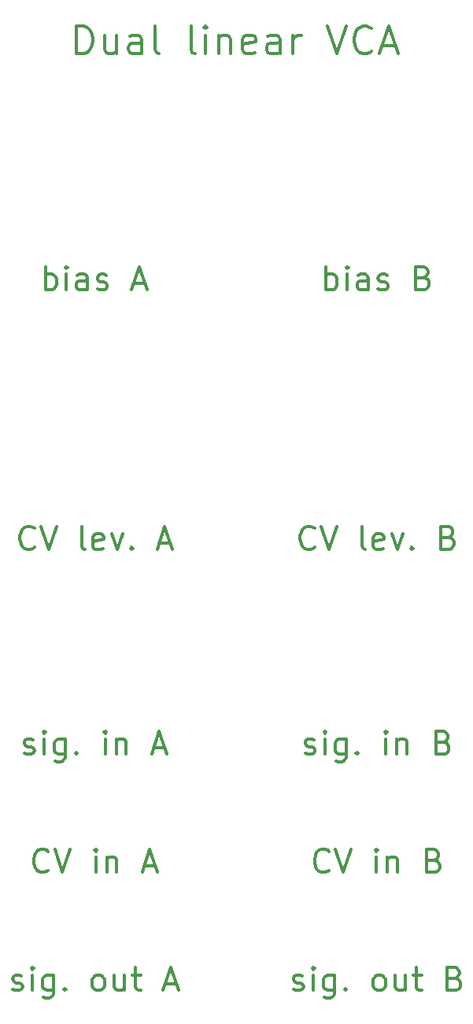
<source format=gbr>
%TF.GenerationSoftware,KiCad,Pcbnew,5.1.6-c6e7f7d~87~ubuntu18.04.1*%
%TF.CreationDate,2020-07-29T18:50:04-04:00*%
%TF.ProjectId,front_panel,66726f6e-745f-4706-916e-656c2e6b6963,rev?*%
%TF.SameCoordinates,Original*%
%TF.FileFunction,Legend,Top*%
%TF.FilePolarity,Positive*%
%FSLAX46Y46*%
G04 Gerber Fmt 4.6, Leading zero omitted, Abs format (unit mm)*
G04 Created by KiCad (PCBNEW 5.1.6-c6e7f7d~87~ubuntu18.04.1) date 2020-07-29 18:50:04*
%MOMM*%
%LPD*%
G01*
G04 APERTURE LIST*
%ADD10C,0.300000*%
G04 APERTURE END LIST*
D10*
X8178571Y-10247142D02*
X8178571Y-7247142D01*
X8892857Y-7247142D01*
X9321428Y-7390000D01*
X9607142Y-7675714D01*
X9749999Y-7961428D01*
X9892857Y-8532857D01*
X9892857Y-8961428D01*
X9749999Y-9532857D01*
X9607142Y-9818571D01*
X9321428Y-10104285D01*
X8892857Y-10247142D01*
X8178571Y-10247142D01*
X12464285Y-8247142D02*
X12464285Y-10247142D01*
X11178571Y-8247142D02*
X11178571Y-9818571D01*
X11321428Y-10104285D01*
X11607142Y-10247142D01*
X12035714Y-10247142D01*
X12321428Y-10104285D01*
X12464285Y-9961428D01*
X15178571Y-10247142D02*
X15178571Y-8675714D01*
X15035714Y-8390000D01*
X14749999Y-8247142D01*
X14178571Y-8247142D01*
X13892857Y-8390000D01*
X15178571Y-10104285D02*
X14892857Y-10247142D01*
X14178571Y-10247142D01*
X13892857Y-10104285D01*
X13749999Y-9818571D01*
X13749999Y-9532857D01*
X13892857Y-9247142D01*
X14178571Y-9104285D01*
X14892857Y-9104285D01*
X15178571Y-8961428D01*
X17035714Y-10247142D02*
X16749999Y-10104285D01*
X16607142Y-9818571D01*
X16607142Y-7247142D01*
X20892857Y-10247142D02*
X20607142Y-10104285D01*
X20464285Y-9818571D01*
X20464285Y-7247142D01*
X22035714Y-10247142D02*
X22035714Y-8247142D01*
X22035714Y-7247142D02*
X21892857Y-7390000D01*
X22035714Y-7532857D01*
X22178571Y-7390000D01*
X22035714Y-7247142D01*
X22035714Y-7532857D01*
X23464285Y-8247142D02*
X23464285Y-10247142D01*
X23464285Y-8532857D02*
X23607142Y-8390000D01*
X23892857Y-8247142D01*
X24321428Y-8247142D01*
X24607142Y-8390000D01*
X24749999Y-8675714D01*
X24749999Y-10247142D01*
X27321428Y-10104285D02*
X27035714Y-10247142D01*
X26464285Y-10247142D01*
X26178571Y-10104285D01*
X26035714Y-9818571D01*
X26035714Y-8675714D01*
X26178571Y-8390000D01*
X26464285Y-8247142D01*
X27035714Y-8247142D01*
X27321428Y-8390000D01*
X27464285Y-8675714D01*
X27464285Y-8961428D01*
X26035714Y-9247142D01*
X30035714Y-10247142D02*
X30035714Y-8675714D01*
X29892857Y-8390000D01*
X29607142Y-8247142D01*
X29035714Y-8247142D01*
X28749999Y-8390000D01*
X30035714Y-10104285D02*
X29749999Y-10247142D01*
X29035714Y-10247142D01*
X28749999Y-10104285D01*
X28607142Y-9818571D01*
X28607142Y-9532857D01*
X28749999Y-9247142D01*
X29035714Y-9104285D01*
X29749999Y-9104285D01*
X30035714Y-8961428D01*
X31464285Y-10247142D02*
X31464285Y-8247142D01*
X31464285Y-8818571D02*
X31607142Y-8532857D01*
X31749999Y-8390000D01*
X32035714Y-8247142D01*
X32321428Y-8247142D01*
X35178571Y-7247142D02*
X36178571Y-10247142D01*
X37178571Y-7247142D01*
X39892857Y-9961428D02*
X39750000Y-10104285D01*
X39321428Y-10247142D01*
X39035714Y-10247142D01*
X38607142Y-10104285D01*
X38321428Y-9818571D01*
X38178571Y-9532857D01*
X38035714Y-8961428D01*
X38035714Y-8532857D01*
X38178571Y-7961428D01*
X38321428Y-7675714D01*
X38607142Y-7390000D01*
X39035714Y-7247142D01*
X39321428Y-7247142D01*
X39750000Y-7390000D01*
X39892857Y-7532857D01*
X41035714Y-9390000D02*
X42464285Y-9390000D01*
X40750000Y-10247142D02*
X41750000Y-7247142D01*
X42750000Y-10247142D01*
X31501904Y-110891904D02*
X31740000Y-111010952D01*
X32216190Y-111010952D01*
X32454285Y-110891904D01*
X32573333Y-110653809D01*
X32573333Y-110534761D01*
X32454285Y-110296666D01*
X32216190Y-110177619D01*
X31859047Y-110177619D01*
X31620952Y-110058571D01*
X31501904Y-109820476D01*
X31501904Y-109701428D01*
X31620952Y-109463333D01*
X31859047Y-109344285D01*
X32216190Y-109344285D01*
X32454285Y-109463333D01*
X33644761Y-111010952D02*
X33644761Y-109344285D01*
X33644761Y-108510952D02*
X33525714Y-108630000D01*
X33644761Y-108749047D01*
X33763809Y-108630000D01*
X33644761Y-108510952D01*
X33644761Y-108749047D01*
X35906666Y-109344285D02*
X35906666Y-111368095D01*
X35787619Y-111606190D01*
X35668571Y-111725238D01*
X35430476Y-111844285D01*
X35073333Y-111844285D01*
X34835238Y-111725238D01*
X35906666Y-110891904D02*
X35668571Y-111010952D01*
X35192380Y-111010952D01*
X34954285Y-110891904D01*
X34835238Y-110772857D01*
X34716190Y-110534761D01*
X34716190Y-109820476D01*
X34835238Y-109582380D01*
X34954285Y-109463333D01*
X35192380Y-109344285D01*
X35668571Y-109344285D01*
X35906666Y-109463333D01*
X37097142Y-110772857D02*
X37216190Y-110891904D01*
X37097142Y-111010952D01*
X36978095Y-110891904D01*
X37097142Y-110772857D01*
X37097142Y-111010952D01*
X40549523Y-111010952D02*
X40311428Y-110891904D01*
X40192380Y-110772857D01*
X40073333Y-110534761D01*
X40073333Y-109820476D01*
X40192380Y-109582380D01*
X40311428Y-109463333D01*
X40549523Y-109344285D01*
X40906666Y-109344285D01*
X41144761Y-109463333D01*
X41263809Y-109582380D01*
X41382857Y-109820476D01*
X41382857Y-110534761D01*
X41263809Y-110772857D01*
X41144761Y-110891904D01*
X40906666Y-111010952D01*
X40549523Y-111010952D01*
X43525714Y-109344285D02*
X43525714Y-111010952D01*
X42454285Y-109344285D02*
X42454285Y-110653809D01*
X42573333Y-110891904D01*
X42811428Y-111010952D01*
X43168571Y-111010952D01*
X43406666Y-110891904D01*
X43525714Y-110772857D01*
X44359047Y-109344285D02*
X45311428Y-109344285D01*
X44716190Y-108510952D02*
X44716190Y-110653809D01*
X44835238Y-110891904D01*
X45073333Y-111010952D01*
X45311428Y-111010952D01*
X48882857Y-109701428D02*
X49240000Y-109820476D01*
X49359047Y-109939523D01*
X49478095Y-110177619D01*
X49478095Y-110534761D01*
X49359047Y-110772857D01*
X49240000Y-110891904D01*
X49001904Y-111010952D01*
X48049523Y-111010952D01*
X48049523Y-108510952D01*
X48882857Y-108510952D01*
X49120952Y-108630000D01*
X49240000Y-108749047D01*
X49359047Y-108987142D01*
X49359047Y-109225238D01*
X49240000Y-109463333D01*
X49120952Y-109582380D01*
X48882857Y-109701428D01*
X48049523Y-109701428D01*
X35311428Y-98072857D02*
X35192380Y-98191904D01*
X34835238Y-98310952D01*
X34597142Y-98310952D01*
X34240000Y-98191904D01*
X34001904Y-97953809D01*
X33882857Y-97715714D01*
X33763809Y-97239523D01*
X33763809Y-96882380D01*
X33882857Y-96406190D01*
X34001904Y-96168095D01*
X34240000Y-95930000D01*
X34597142Y-95810952D01*
X34835238Y-95810952D01*
X35192380Y-95930000D01*
X35311428Y-96049047D01*
X36025714Y-95810952D02*
X36859047Y-98310952D01*
X37692380Y-95810952D01*
X40430476Y-98310952D02*
X40430476Y-96644285D01*
X40430476Y-95810952D02*
X40311428Y-95930000D01*
X40430476Y-96049047D01*
X40549523Y-95930000D01*
X40430476Y-95810952D01*
X40430476Y-96049047D01*
X41620952Y-96644285D02*
X41620952Y-98310952D01*
X41620952Y-96882380D02*
X41740000Y-96763333D01*
X41978095Y-96644285D01*
X42335238Y-96644285D01*
X42573333Y-96763333D01*
X42692380Y-97001428D01*
X42692380Y-98310952D01*
X46620952Y-97001428D02*
X46978095Y-97120476D01*
X47097142Y-97239523D01*
X47216190Y-97477619D01*
X47216190Y-97834761D01*
X47097142Y-98072857D01*
X46978095Y-98191904D01*
X46740000Y-98310952D01*
X45787619Y-98310952D01*
X45787619Y-95810952D01*
X46620952Y-95810952D01*
X46859047Y-95930000D01*
X46978095Y-96049047D01*
X47097142Y-96287142D01*
X47097142Y-96525238D01*
X46978095Y-96763333D01*
X46859047Y-96882380D01*
X46620952Y-97001428D01*
X45787619Y-97001428D01*
X32751904Y-85491904D02*
X32990000Y-85610952D01*
X33466190Y-85610952D01*
X33704285Y-85491904D01*
X33823333Y-85253809D01*
X33823333Y-85134761D01*
X33704285Y-84896666D01*
X33466190Y-84777619D01*
X33109047Y-84777619D01*
X32870952Y-84658571D01*
X32751904Y-84420476D01*
X32751904Y-84301428D01*
X32870952Y-84063333D01*
X33109047Y-83944285D01*
X33466190Y-83944285D01*
X33704285Y-84063333D01*
X34894761Y-85610952D02*
X34894761Y-83944285D01*
X34894761Y-83110952D02*
X34775714Y-83230000D01*
X34894761Y-83349047D01*
X35013809Y-83230000D01*
X34894761Y-83110952D01*
X34894761Y-83349047D01*
X37156666Y-83944285D02*
X37156666Y-85968095D01*
X37037619Y-86206190D01*
X36918571Y-86325238D01*
X36680476Y-86444285D01*
X36323333Y-86444285D01*
X36085238Y-86325238D01*
X37156666Y-85491904D02*
X36918571Y-85610952D01*
X36442380Y-85610952D01*
X36204285Y-85491904D01*
X36085238Y-85372857D01*
X35966190Y-85134761D01*
X35966190Y-84420476D01*
X36085238Y-84182380D01*
X36204285Y-84063333D01*
X36442380Y-83944285D01*
X36918571Y-83944285D01*
X37156666Y-84063333D01*
X38347142Y-85372857D02*
X38466190Y-85491904D01*
X38347142Y-85610952D01*
X38228095Y-85491904D01*
X38347142Y-85372857D01*
X38347142Y-85610952D01*
X41442380Y-85610952D02*
X41442380Y-83944285D01*
X41442380Y-83110952D02*
X41323333Y-83230000D01*
X41442380Y-83349047D01*
X41561428Y-83230000D01*
X41442380Y-83110952D01*
X41442380Y-83349047D01*
X42632857Y-83944285D02*
X42632857Y-85610952D01*
X42632857Y-84182380D02*
X42751904Y-84063333D01*
X42990000Y-83944285D01*
X43347142Y-83944285D01*
X43585238Y-84063333D01*
X43704285Y-84301428D01*
X43704285Y-85610952D01*
X47632857Y-84301428D02*
X47990000Y-84420476D01*
X48109047Y-84539523D01*
X48228095Y-84777619D01*
X48228095Y-85134761D01*
X48109047Y-85372857D01*
X47990000Y-85491904D01*
X47751904Y-85610952D01*
X46799523Y-85610952D01*
X46799523Y-83110952D01*
X47632857Y-83110952D01*
X47870952Y-83230000D01*
X47990000Y-83349047D01*
X48109047Y-83587142D01*
X48109047Y-83825238D01*
X47990000Y-84063333D01*
X47870952Y-84182380D01*
X47632857Y-84301428D01*
X46799523Y-84301428D01*
X1290476Y-110891904D02*
X1528571Y-111010952D01*
X2004761Y-111010952D01*
X2242857Y-110891904D01*
X2361904Y-110653809D01*
X2361904Y-110534761D01*
X2242857Y-110296666D01*
X2004761Y-110177619D01*
X1647619Y-110177619D01*
X1409523Y-110058571D01*
X1290476Y-109820476D01*
X1290476Y-109701428D01*
X1409523Y-109463333D01*
X1647619Y-109344285D01*
X2004761Y-109344285D01*
X2242857Y-109463333D01*
X3433333Y-111010952D02*
X3433333Y-109344285D01*
X3433333Y-108510952D02*
X3314285Y-108630000D01*
X3433333Y-108749047D01*
X3552380Y-108630000D01*
X3433333Y-108510952D01*
X3433333Y-108749047D01*
X5695238Y-109344285D02*
X5695238Y-111368095D01*
X5576190Y-111606190D01*
X5457142Y-111725238D01*
X5219047Y-111844285D01*
X4861904Y-111844285D01*
X4623809Y-111725238D01*
X5695238Y-110891904D02*
X5457142Y-111010952D01*
X4980952Y-111010952D01*
X4742857Y-110891904D01*
X4623809Y-110772857D01*
X4504761Y-110534761D01*
X4504761Y-109820476D01*
X4623809Y-109582380D01*
X4742857Y-109463333D01*
X4980952Y-109344285D01*
X5457142Y-109344285D01*
X5695238Y-109463333D01*
X6885714Y-110772857D02*
X7004761Y-110891904D01*
X6885714Y-111010952D01*
X6766666Y-110891904D01*
X6885714Y-110772857D01*
X6885714Y-111010952D01*
X10338095Y-111010952D02*
X10100000Y-110891904D01*
X9980952Y-110772857D01*
X9861904Y-110534761D01*
X9861904Y-109820476D01*
X9980952Y-109582380D01*
X10100000Y-109463333D01*
X10338095Y-109344285D01*
X10695238Y-109344285D01*
X10933333Y-109463333D01*
X11052380Y-109582380D01*
X11171428Y-109820476D01*
X11171428Y-110534761D01*
X11052380Y-110772857D01*
X10933333Y-110891904D01*
X10695238Y-111010952D01*
X10338095Y-111010952D01*
X13314285Y-109344285D02*
X13314285Y-111010952D01*
X12242857Y-109344285D02*
X12242857Y-110653809D01*
X12361904Y-110891904D01*
X12600000Y-111010952D01*
X12957142Y-111010952D01*
X13195238Y-110891904D01*
X13314285Y-110772857D01*
X14147619Y-109344285D02*
X15100000Y-109344285D01*
X14504761Y-108510952D02*
X14504761Y-110653809D01*
X14623809Y-110891904D01*
X14861904Y-111010952D01*
X15100000Y-111010952D01*
X17719047Y-110296666D02*
X18909523Y-110296666D01*
X17480952Y-111010952D02*
X18314285Y-108510952D01*
X19147619Y-111010952D01*
X5100000Y-98072857D02*
X4980952Y-98191904D01*
X4623809Y-98310952D01*
X4385714Y-98310952D01*
X4028571Y-98191904D01*
X3790476Y-97953809D01*
X3671428Y-97715714D01*
X3552380Y-97239523D01*
X3552380Y-96882380D01*
X3671428Y-96406190D01*
X3790476Y-96168095D01*
X4028571Y-95930000D01*
X4385714Y-95810952D01*
X4623809Y-95810952D01*
X4980952Y-95930000D01*
X5100000Y-96049047D01*
X5814285Y-95810952D02*
X6647619Y-98310952D01*
X7480952Y-95810952D01*
X10219047Y-98310952D02*
X10219047Y-96644285D01*
X10219047Y-95810952D02*
X10100000Y-95930000D01*
X10219047Y-96049047D01*
X10338095Y-95930000D01*
X10219047Y-95810952D01*
X10219047Y-96049047D01*
X11409523Y-96644285D02*
X11409523Y-98310952D01*
X11409523Y-96882380D02*
X11528571Y-96763333D01*
X11766666Y-96644285D01*
X12123809Y-96644285D01*
X12361904Y-96763333D01*
X12480952Y-97001428D01*
X12480952Y-98310952D01*
X15457142Y-97596666D02*
X16647619Y-97596666D01*
X15219047Y-98310952D02*
X16052380Y-95810952D01*
X16885714Y-98310952D01*
X2540476Y-85491904D02*
X2778571Y-85610952D01*
X3254761Y-85610952D01*
X3492857Y-85491904D01*
X3611904Y-85253809D01*
X3611904Y-85134761D01*
X3492857Y-84896666D01*
X3254761Y-84777619D01*
X2897619Y-84777619D01*
X2659523Y-84658571D01*
X2540476Y-84420476D01*
X2540476Y-84301428D01*
X2659523Y-84063333D01*
X2897619Y-83944285D01*
X3254761Y-83944285D01*
X3492857Y-84063333D01*
X4683333Y-85610952D02*
X4683333Y-83944285D01*
X4683333Y-83110952D02*
X4564285Y-83230000D01*
X4683333Y-83349047D01*
X4802380Y-83230000D01*
X4683333Y-83110952D01*
X4683333Y-83349047D01*
X6945238Y-83944285D02*
X6945238Y-85968095D01*
X6826190Y-86206190D01*
X6707142Y-86325238D01*
X6469047Y-86444285D01*
X6111904Y-86444285D01*
X5873809Y-86325238D01*
X6945238Y-85491904D02*
X6707142Y-85610952D01*
X6230952Y-85610952D01*
X5992857Y-85491904D01*
X5873809Y-85372857D01*
X5754761Y-85134761D01*
X5754761Y-84420476D01*
X5873809Y-84182380D01*
X5992857Y-84063333D01*
X6230952Y-83944285D01*
X6707142Y-83944285D01*
X6945238Y-84063333D01*
X8135714Y-85372857D02*
X8254761Y-85491904D01*
X8135714Y-85610952D01*
X8016666Y-85491904D01*
X8135714Y-85372857D01*
X8135714Y-85610952D01*
X11230952Y-85610952D02*
X11230952Y-83944285D01*
X11230952Y-83110952D02*
X11111904Y-83230000D01*
X11230952Y-83349047D01*
X11350000Y-83230000D01*
X11230952Y-83110952D01*
X11230952Y-83349047D01*
X12421428Y-83944285D02*
X12421428Y-85610952D01*
X12421428Y-84182380D02*
X12540476Y-84063333D01*
X12778571Y-83944285D01*
X13135714Y-83944285D01*
X13373809Y-84063333D01*
X13492857Y-84301428D01*
X13492857Y-85610952D01*
X16469047Y-84896666D02*
X17659523Y-84896666D01*
X16230952Y-85610952D02*
X17064285Y-83110952D01*
X17897619Y-85610952D01*
X33763809Y-63332857D02*
X33644761Y-63451904D01*
X33287619Y-63570952D01*
X33049523Y-63570952D01*
X32692380Y-63451904D01*
X32454285Y-63213809D01*
X32335238Y-62975714D01*
X32216190Y-62499523D01*
X32216190Y-62142380D01*
X32335238Y-61666190D01*
X32454285Y-61428095D01*
X32692380Y-61190000D01*
X33049523Y-61070952D01*
X33287619Y-61070952D01*
X33644761Y-61190000D01*
X33763809Y-61309047D01*
X34478095Y-61070952D02*
X35311428Y-63570952D01*
X36144761Y-61070952D01*
X39240000Y-63570952D02*
X39001904Y-63451904D01*
X38882857Y-63213809D01*
X38882857Y-61070952D01*
X41144761Y-63451904D02*
X40906666Y-63570952D01*
X40430476Y-63570952D01*
X40192380Y-63451904D01*
X40073333Y-63213809D01*
X40073333Y-62261428D01*
X40192380Y-62023333D01*
X40430476Y-61904285D01*
X40906666Y-61904285D01*
X41144761Y-62023333D01*
X41263809Y-62261428D01*
X41263809Y-62499523D01*
X40073333Y-62737619D01*
X42097142Y-61904285D02*
X42692380Y-63570952D01*
X43287619Y-61904285D01*
X44240000Y-63332857D02*
X44359047Y-63451904D01*
X44240000Y-63570952D01*
X44120952Y-63451904D01*
X44240000Y-63332857D01*
X44240000Y-63570952D01*
X48168571Y-62261428D02*
X48525714Y-62380476D01*
X48644761Y-62499523D01*
X48763809Y-62737619D01*
X48763809Y-63094761D01*
X48644761Y-63332857D01*
X48525714Y-63451904D01*
X48287619Y-63570952D01*
X47335238Y-63570952D01*
X47335238Y-61070952D01*
X48168571Y-61070952D01*
X48406666Y-61190000D01*
X48525714Y-61309047D01*
X48644761Y-61547142D01*
X48644761Y-61785238D01*
X48525714Y-62023333D01*
X48406666Y-62142380D01*
X48168571Y-62261428D01*
X47335238Y-62261428D01*
X35013809Y-35630952D02*
X35013809Y-33130952D01*
X35013809Y-34083333D02*
X35251904Y-33964285D01*
X35728095Y-33964285D01*
X35966190Y-34083333D01*
X36085238Y-34202380D01*
X36204285Y-34440476D01*
X36204285Y-35154761D01*
X36085238Y-35392857D01*
X35966190Y-35511904D01*
X35728095Y-35630952D01*
X35251904Y-35630952D01*
X35013809Y-35511904D01*
X37275714Y-35630952D02*
X37275714Y-33964285D01*
X37275714Y-33130952D02*
X37156666Y-33250000D01*
X37275714Y-33369047D01*
X37394761Y-33250000D01*
X37275714Y-33130952D01*
X37275714Y-33369047D01*
X39537619Y-35630952D02*
X39537619Y-34321428D01*
X39418571Y-34083333D01*
X39180476Y-33964285D01*
X38704285Y-33964285D01*
X38466190Y-34083333D01*
X39537619Y-35511904D02*
X39299523Y-35630952D01*
X38704285Y-35630952D01*
X38466190Y-35511904D01*
X38347142Y-35273809D01*
X38347142Y-35035714D01*
X38466190Y-34797619D01*
X38704285Y-34678571D01*
X39299523Y-34678571D01*
X39537619Y-34559523D01*
X40609047Y-35511904D02*
X40847142Y-35630952D01*
X41323333Y-35630952D01*
X41561428Y-35511904D01*
X41680476Y-35273809D01*
X41680476Y-35154761D01*
X41561428Y-34916666D01*
X41323333Y-34797619D01*
X40966190Y-34797619D01*
X40728095Y-34678571D01*
X40609047Y-34440476D01*
X40609047Y-34321428D01*
X40728095Y-34083333D01*
X40966190Y-33964285D01*
X41323333Y-33964285D01*
X41561428Y-34083333D01*
X45490000Y-34321428D02*
X45847142Y-34440476D01*
X45966190Y-34559523D01*
X46085238Y-34797619D01*
X46085238Y-35154761D01*
X45966190Y-35392857D01*
X45847142Y-35511904D01*
X45609047Y-35630952D01*
X44656666Y-35630952D01*
X44656666Y-33130952D01*
X45490000Y-33130952D01*
X45728095Y-33250000D01*
X45847142Y-33369047D01*
X45966190Y-33607142D01*
X45966190Y-33845238D01*
X45847142Y-34083333D01*
X45728095Y-34202380D01*
X45490000Y-34321428D01*
X44656666Y-34321428D01*
X3612380Y-63332857D02*
X3493333Y-63451904D01*
X3136190Y-63570952D01*
X2898095Y-63570952D01*
X2540952Y-63451904D01*
X2302857Y-63213809D01*
X2183809Y-62975714D01*
X2064761Y-62499523D01*
X2064761Y-62142380D01*
X2183809Y-61666190D01*
X2302857Y-61428095D01*
X2540952Y-61190000D01*
X2898095Y-61070952D01*
X3136190Y-61070952D01*
X3493333Y-61190000D01*
X3612380Y-61309047D01*
X4326666Y-61070952D02*
X5160000Y-63570952D01*
X5993333Y-61070952D01*
X9088571Y-63570952D02*
X8850476Y-63451904D01*
X8731428Y-63213809D01*
X8731428Y-61070952D01*
X10993333Y-63451904D02*
X10755238Y-63570952D01*
X10279047Y-63570952D01*
X10040952Y-63451904D01*
X9921904Y-63213809D01*
X9921904Y-62261428D01*
X10040952Y-62023333D01*
X10279047Y-61904285D01*
X10755238Y-61904285D01*
X10993333Y-62023333D01*
X11112380Y-62261428D01*
X11112380Y-62499523D01*
X9921904Y-62737619D01*
X11945714Y-61904285D02*
X12540952Y-63570952D01*
X13136190Y-61904285D01*
X14088571Y-63332857D02*
X14207619Y-63451904D01*
X14088571Y-63570952D01*
X13969523Y-63451904D01*
X14088571Y-63332857D01*
X14088571Y-63570952D01*
X17064761Y-62856666D02*
X18255238Y-62856666D01*
X16826666Y-63570952D02*
X17660000Y-61070952D01*
X18493333Y-63570952D01*
X4802380Y-35630952D02*
X4802380Y-33130952D01*
X4802380Y-34083333D02*
X5040476Y-33964285D01*
X5516666Y-33964285D01*
X5754761Y-34083333D01*
X5873809Y-34202380D01*
X5992857Y-34440476D01*
X5992857Y-35154761D01*
X5873809Y-35392857D01*
X5754761Y-35511904D01*
X5516666Y-35630952D01*
X5040476Y-35630952D01*
X4802380Y-35511904D01*
X7064285Y-35630952D02*
X7064285Y-33964285D01*
X7064285Y-33130952D02*
X6945238Y-33250000D01*
X7064285Y-33369047D01*
X7183333Y-33250000D01*
X7064285Y-33130952D01*
X7064285Y-33369047D01*
X9326190Y-35630952D02*
X9326190Y-34321428D01*
X9207142Y-34083333D01*
X8969047Y-33964285D01*
X8492857Y-33964285D01*
X8254761Y-34083333D01*
X9326190Y-35511904D02*
X9088095Y-35630952D01*
X8492857Y-35630952D01*
X8254761Y-35511904D01*
X8135714Y-35273809D01*
X8135714Y-35035714D01*
X8254761Y-34797619D01*
X8492857Y-34678571D01*
X9088095Y-34678571D01*
X9326190Y-34559523D01*
X10397619Y-35511904D02*
X10635714Y-35630952D01*
X11111904Y-35630952D01*
X11350000Y-35511904D01*
X11469047Y-35273809D01*
X11469047Y-35154761D01*
X11350000Y-34916666D01*
X11111904Y-34797619D01*
X10754761Y-34797619D01*
X10516666Y-34678571D01*
X10397619Y-34440476D01*
X10397619Y-34321428D01*
X10516666Y-34083333D01*
X10754761Y-33964285D01*
X11111904Y-33964285D01*
X11350000Y-34083333D01*
X14326190Y-34916666D02*
X15516666Y-34916666D01*
X14088095Y-35630952D02*
X14921428Y-33130952D01*
X15754761Y-35630952D01*
M02*

</source>
